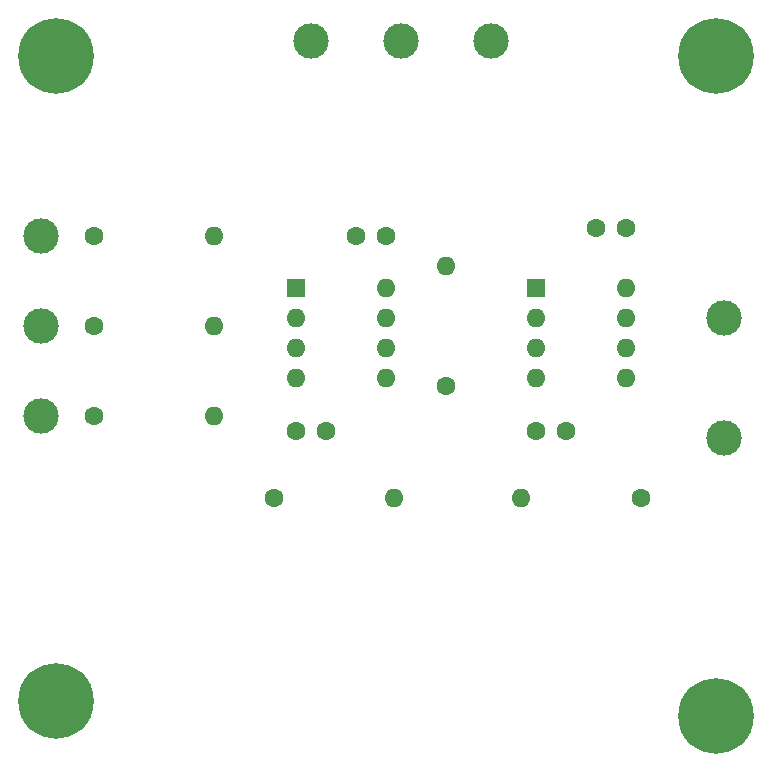
<source format=gbr>
%TF.GenerationSoftware,KiCad,Pcbnew,8.0.0-8.0.0-1~ubuntu22.04.1*%
%TF.CreationDate,2024-03-18T09:13:24-04:00*%
%TF.ProjectId,me310-diff-amp,6d653331-302d-4646-9966-662d616d702e,rev?*%
%TF.SameCoordinates,Original*%
%TF.FileFunction,Soldermask,Bot*%
%TF.FilePolarity,Negative*%
%FSLAX46Y46*%
G04 Gerber Fmt 4.6, Leading zero omitted, Abs format (unit mm)*
G04 Created by KiCad (PCBNEW 8.0.0-8.0.0-1~ubuntu22.04.1) date 2024-03-18 09:13:24*
%MOMM*%
%LPD*%
G01*
G04 APERTURE LIST*
%ADD10C,1.600000*%
%ADD11O,1.600000X1.600000*%
%ADD12C,3.000000*%
%ADD13C,6.400000*%
%ADD14R,1.600000X1.600000*%
G04 APERTURE END LIST*
D10*
%TO.C,R4*%
X108585000Y-102870000D03*
D11*
X118745000Y-102870000D03*
%TD*%
D10*
%TO.C,R3*%
X108585000Y-95250000D03*
D11*
X118745000Y-95250000D03*
%TD*%
D10*
%TO.C,R6*%
X154940000Y-117475000D03*
D11*
X144780000Y-117475000D03*
%TD*%
D12*
%TO.C,TP3*%
X134620000Y-78740000D03*
%TD*%
%TO.C,TP4*%
X104140000Y-95250000D03*
%TD*%
%TO.C,TP8*%
X161925000Y-112395000D03*
%TD*%
D10*
%TO.C,C4*%
X146070000Y-111760000D03*
X148570000Y-111760000D03*
%TD*%
%TO.C,R1*%
X108585000Y-110490000D03*
D11*
X118745000Y-110490000D03*
%TD*%
D13*
%TO.C,H4*%
X161290000Y-135890000D03*
%TD*%
%TO.C,H1*%
X105410000Y-80010000D03*
%TD*%
%TO.C,H3*%
X105410000Y-134620000D03*
%TD*%
D12*
%TO.C,TP5*%
X104140000Y-110490000D03*
%TD*%
D14*
%TO.C,U1*%
X125740000Y-99705000D03*
D11*
X125740000Y-102245000D03*
X125740000Y-104785000D03*
X125740000Y-107325000D03*
X133360000Y-107325000D03*
X133360000Y-104785000D03*
X133360000Y-102245000D03*
X133360000Y-99705000D03*
%TD*%
D10*
%TO.C,R2*%
X123825000Y-117475000D03*
D11*
X133985000Y-117475000D03*
%TD*%
D12*
%TO.C,TP6*%
X104140000Y-102870000D03*
%TD*%
D14*
%TO.C,U2*%
X146060000Y-99705000D03*
D11*
X146060000Y-102245000D03*
X146060000Y-104785000D03*
X146060000Y-107325000D03*
X153680000Y-107325000D03*
X153680000Y-104785000D03*
X153680000Y-102245000D03*
X153680000Y-99705000D03*
%TD*%
D12*
%TO.C,TP2*%
X142240000Y-78740000D03*
%TD*%
D13*
%TO.C,H2*%
X161290000Y-80010000D03*
%TD*%
D12*
%TO.C,TP1*%
X127000000Y-78740000D03*
%TD*%
D10*
%TO.C,C3*%
X125750000Y-111760000D03*
X128250000Y-111760000D03*
%TD*%
%TO.C,R5*%
X138430000Y-107950000D03*
D11*
X138430000Y-97790000D03*
%TD*%
D10*
%TO.C,C1*%
X133330000Y-95250000D03*
X130830000Y-95250000D03*
%TD*%
D12*
%TO.C,TP7*%
X161925000Y-102235000D03*
%TD*%
D10*
%TO.C,C2*%
X153650000Y-94615000D03*
X151150000Y-94615000D03*
%TD*%
M02*

</source>
